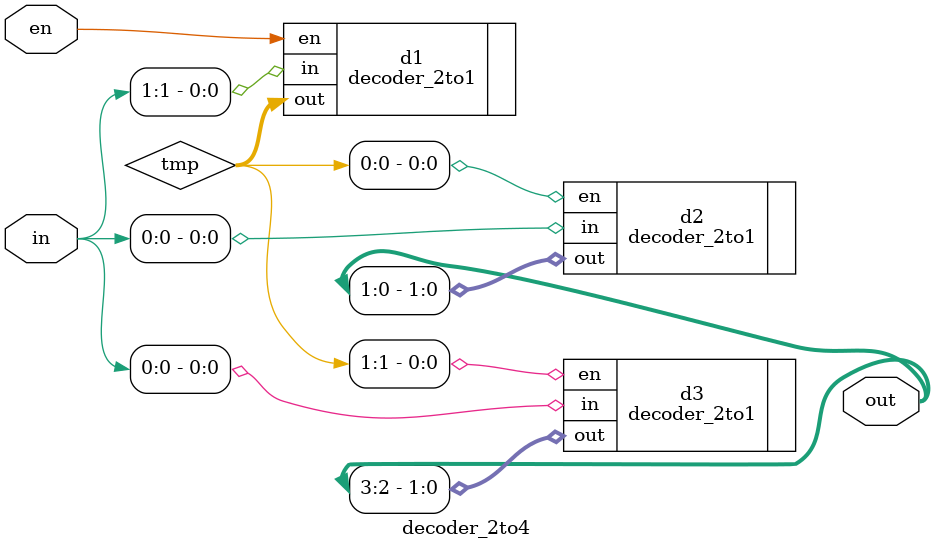
<source format=sv>
module decoder_2to4(
input logic [1:0] in,
input logic en,
output logic [3:0] out
);
logic [1:0] tmp;

decoder_2to1 d1(.in(in[1]), .en, .out(tmp));
decoder_2to1 d2(.in(in[0]), .en(tmp[0]), .out(out[1:0]));
decoder_2to1 d3(.in(in[0]), .en(tmp[1]), .out(out[3:2]));

endmodule 
</source>
